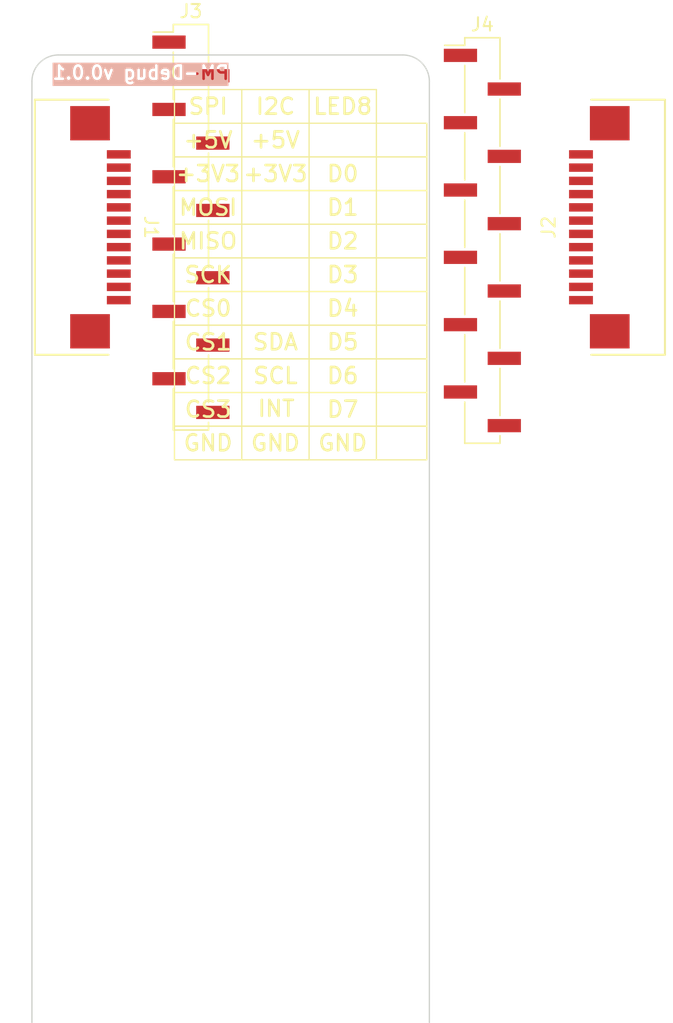
<source format=kicad_pcb>
(kicad_pcb (version 20241229) (generator "pcbnew") (generator_version "9.0")
  (layers (0 "F.Cu" signal) (2 "B.Cu" signal) (13 "F.Paste" user) (15 "B.Paste" user) (5 "F.SilkS" user "F.Silkscreen") (7 "B.SilkS" user "B.Silkscreen") (1 "F.Mask" user) (3 "B.Mask" user) (25 "Edge.Cuts" user))
  (property "article" "PM-Debug")
  (property "version" "0.0.1")
  (net 0 "")
  (net 3 "/L09")
  (net 4 "/L06")
  (net 5 "/L05")
  (net 6 "/L08")
  (net 7 "/L01")
  (net 8 "/L03")
  (net 9 "/L07")
  (net 10 "/L10")
  (net 11 "/L11")
  (net 12 "/L02")
  (net 13 "/L04")
  (net 14 "/L12")
  (footprint "Connector_PinHeader_2.54mm:PinHeader_1x12_P2.54mm_Vertical_SMD_Pin1Left" (layer "F.Cu") (at 135 66)
    (property "Reference" "J4" (at 0 -16.3 0) (layer "F.SilkS"))
    (property "Value" "PinHeader P2.54 01x12 SMD Straight")
    (fp_line (start -1.33 -15.3) (end -1.33 -14.73) (stroke (width 0.12)) (layer "F.SilkS"))
    (fp_line (start -1.33 -15.3) (end 1.33 -15.3) (stroke (width 0.12)) (layer "F.SilkS"))
    (fp_line (start -1.33 -14.73) (end -2.85 -14.73) (stroke (width 0.12)) (layer "F.SilkS"))
    (fp_line (start -1.33 -13.21) (end -1.33 -9.65) (stroke (width 0.12)) (layer "F.SilkS"))
    (fp_line (start -1.33 -8.13) (end -1.33 -4.57) (stroke (width 0.12)) (layer "F.SilkS"))
    (fp_line (start -1.33 -3.05) (end -1.33 0.51) (stroke (width 0.12)) (layer "F.SilkS"))
    (fp_line (start -1.33 2.03) (end -1.33 5.59) (stroke (width 0.12)) (layer "F.SilkS"))
    (fp_line (start -1.33 7.11) (end -1.33 10.67) (stroke (width 0.12)) (layer "F.SilkS"))
    (fp_line (start -1.33 12.19) (end -1.33 15.3) (stroke (width 0.12)) (layer "F.SilkS"))
    (fp_line (start -1.33 15.3) (end 1.33 15.3) (stroke (width 0.12)) (layer "F.SilkS"))
    (fp_line (start 1.33 -15.3) (end 1.33 -12.19) (stroke (width 0.12)) (layer "F.SilkS"))
    (fp_line (start 1.33 -10.67) (end 1.33 -7.11) (stroke (width 0.12)) (layer "F.SilkS"))
    (fp_line (start 1.33 -5.59) (end 1.33 -2.03) (stroke (width 0.12)) (layer "F.SilkS"))
    (fp_line (start 1.33 -0.51) (end 1.33 3.05) (stroke (width 0.12)) (layer "F.SilkS"))
    (fp_line (start 1.33 4.57) (end 1.33 8.13) (stroke (width 0.12)) (layer "F.SilkS"))
    (fp_line (start 1.33 9.65) (end 1.33 13.21) (stroke (width 0.12)) (layer "F.SilkS"))
    (fp_line (start 1.33 14.73) (end 1.33 15.3) (stroke (width 0.12)) (layer "F.SilkS"))
    (pad "1" smd rect (at -1.655 -13.97) (size 2.51 1) (layers "F.Cu" "F.Mask" "F.Paste") (net 7 "/L01"))
    (pad "2" smd rect (at 1.655 -11.43) (size 2.51 1) (layers "F.Cu" "F.Mask" "F.Paste") (net 12 "/L02"))
    (pad "3" smd rect (at -1.655 -8.89) (size 2.51 1) (layers "F.Cu" "F.Mask" "F.Paste") (net 8 "/L03"))
    (pad "4" smd rect (at 1.655 -6.35) (size 2.51 1) (layers "F.Cu" "F.Mask" "F.Paste") (net 13 "/L04"))
    (pad "5" smd rect (at -1.655 -3.81) (size 2.51 1) (layers "F.Cu" "F.Mask" "F.Paste") (net 5 "/L05"))
    (pad "6" smd rect (at 1.655 -1.27) (size 2.51 1) (layers "F.Cu" "F.Mask" "F.Paste") (net 4 "/L06"))
    (pad "7" smd rect (at -1.655 1.27) (size 2.51 1) (layers "F.Cu" "F.Mask" "F.Paste") (net 9 "/L07"))
    (pad "8" smd rect (at 1.655 3.81) (size 2.51 1) (layers "F.Cu" "F.Mask" "F.Paste") (net 6 "/L08"))
    (pad "9" smd rect (at -1.655 6.35) (size 2.51 1) (layers "F.Cu" "F.Mask" "F.Paste") (net 3 "/L09"))
    (pad "10" smd rect (at 1.655 8.89) (size 2.51 1) (layers "F.Cu" "F.Mask" "F.Paste") (net 10 "/L10"))
    (pad "11" smd rect (at -1.655 11.43) (size 2.51 1) (layers "F.Cu" "F.Mask" "F.Paste") (net 11 "/L11"))
    (pad "12" smd rect (at 1.655 13.97) (size 2.51 1) (layers "F.Cu" "F.Mask" "F.Paste") (net 14 "/L12"))
  )
  (footprint "Connector_PinHeader_2.54mm:PinHeader_1x12_P2.54mm_Vertical_SMD_Pin1Left" (layer "F.Cu") (at 113 65)
    (property "Reference" "J3" (at 0 -16.3 0) (layer "F.SilkS"))
    (property "Value" "PinHeader P2.54 01x12 SMD Straight")
    (fp_line (start -1.33 -15.3) (end -1.33 -14.73) (stroke (width 0.12)) (layer "F.SilkS"))
    (fp_line (start -1.33 -15.3) (end 1.33 -15.3) (stroke (width 0.12)) (layer "F.SilkS"))
    (fp_line (start -1.33 -14.73) (end -2.85 -14.73) (stroke (width 0.12)) (layer "F.SilkS"))
    (fp_line (start -1.33 -13.21) (end -1.33 -9.65) (stroke (width 0.12)) (layer "F.SilkS"))
    (fp_line (start -1.33 -8.13) (end -1.33 -4.57) (stroke (width 0.12)) (layer "F.SilkS"))
    (fp_line (start -1.33 -3.05) (end -1.33 0.51) (stroke (width 0.12)) (layer "F.SilkS"))
    (fp_line (start -1.33 2.03) (end -1.33 5.59) (stroke (width 0.12)) (layer "F.SilkS"))
    (fp_line (start -1.33 7.11) (end -1.33 10.67) (stroke (width 0.12)) (layer "F.SilkS"))
    (fp_line (start -1.33 12.19) (end -1.33 15.3) (stroke (width 0.12)) (layer "F.SilkS"))
    (fp_line (start -1.33 15.3) (end 1.33 15.3) (stroke (width 0.12)) (layer "F.SilkS"))
    (fp_line (start 1.33 -15.3) (end 1.33 -12.19) (stroke (width 0.12)) (layer "F.SilkS"))
    (fp_line (start 1.33 -10.67) (end 1.33 -7.11) (stroke (width 0.12)) (layer "F.SilkS"))
    (fp_line (start 1.33 -5.59) (end 1.33 -2.03) (stroke (width 0.12)) (layer "F.SilkS"))
    (fp_line (start 1.33 -0.51) (end 1.33 3.05) (stroke (width 0.12)) (layer "F.SilkS"))
    (fp_line (start 1.33 4.57) (end 1.33 8.13) (stroke (width 0.12)) (layer "F.SilkS"))
    (fp_line (start 1.33 9.65) (end 1.33 13.21) (stroke (width 0.12)) (layer "F.SilkS"))
    (fp_line (start 1.33 14.73) (end 1.33 15.3) (stroke (width 0.12)) (layer "F.SilkS"))
    (pad "1" smd rect (at -1.655 -13.97) (size 2.51 1) (layers "F.Cu" "F.Mask" "F.Paste") (net 7 "/L01"))
    (pad "2" smd rect (at 1.655 -11.43) (size 2.51 1) (layers "F.Cu" "F.Mask" "F.Paste") (net 12 "/L02"))
    (pad "3" smd rect (at -1.655 -8.89) (size 2.51 1) (layers "F.Cu" "F.Mask" "F.Paste") (net 8 "/L03"))
    (pad "4" smd rect (at 1.655 -6.35) (size 2.51 1) (layers "F.Cu" "F.Mask" "F.Paste") (net 13 "/L04"))
    (pad "5" smd rect (at -1.655 -3.81) (size 2.51 1) (layers "F.Cu" "F.Mask" "F.Paste") (net 5 "/L05"))
    (pad "6" smd rect (at 1.655 -1.27) (size 2.51 1) (layers "F.Cu" "F.Mask" "F.Paste") (net 4 "/L06"))
    (pad "7" smd rect (at -1.655 1.27) (size 2.51 1) (layers "F.Cu" "F.Mask" "F.Paste") (net 9 "/L07"))
    (pad "8" smd rect (at 1.655 3.81) (size 2.51 1) (layers "F.Cu" "F.Mask" "F.Paste") (net 6 "/L08"))
    (pad "9" smd rect (at -1.655 6.35) (size 2.51 1) (layers "F.Cu" "F.Mask" "F.Paste") (net 3 "/L09"))
    (pad "10" smd rect (at 1.655 8.89) (size 2.51 1) (layers "F.Cu" "F.Mask" "F.Paste") (net 10 "/L10"))
    (pad "11" smd rect (at -1.655 11.43) (size 2.51 1) (layers "F.Cu" "F.Mask" "F.Paste") (net 11 "/L11"))
    (pad "12" smd rect (at 1.655 13.97) (size 2.51 1) (layers "F.Cu" "F.Mask" "F.Paste") (net 14 "/L12"))
  )
  (footprint "kicad_inventree_lib:CONN10_AFA07-S12_JUS" (layer "F.Cu") (at 104 65 -90)
    (property "Reference" "J1" (at 0 -6 270) (layer "F.SilkS"))
    (property "Value" "AFA07-S12FCC-00")
    (fp_line (start -9.623301 2.7813) (end 9.623301 2.7813) (stroke (width 0.1524)) (layer "F.SilkS"))
    (fp_line (start 9.623301 2.7813) (end 9.623301 -2.7813) (stroke (width 0.1524)) (layer "F.SilkS"))
    (fp_line (start -9.623301 -2.7813) (end -9.623301 2.7813) (stroke (width 0.1524)) (layer "F.SilkS"))
    (pad "1" smd rect (at -5.499992 -3.556 270) (size 0.635 1.8034) (layers "F.Cu" "F.Mask" "F.Paste") (net 7 "/L01"))
    (pad "2" smd rect (at -4.499994 -3.556 270) (size 0.635 1.8034) (layers "F.Cu" "F.Mask" "F.Paste") (net 12 "/L02"))
    (pad "3" smd rect (at -3.499996 -3.556 270) (size 0.635 1.8034) (layers "F.Cu" "F.Mask" "F.Paste") (net 8 "/L03"))
    (pad "4" smd rect (at -2.499998 -3.556 270) (size 0.635 1.8034) (layers "F.Cu" "F.Mask" "F.Paste") (net 13 "/L04"))
    (pad "5" smd rect (at -1.5 -3.556 270) (size 0.635 1.8034) (layers "F.Cu" "F.Mask" "F.Paste") (net 5 "/L05"))
    (pad "6" smd rect (at -0.5 -3.556 270) (size 0.635 1.8034) (layers "F.Cu" "F.Mask" "F.Paste") (net 4 "/L06"))
    (pad "7" smd rect (at 0.5 -3.556 270) (size 0.635 1.8034) (layers "F.Cu" "F.Mask" "F.Paste") (net 9 "/L07"))
    (pad "8" smd rect (at 1.5 -3.556 270) (size 0.635 1.8034) (layers "F.Cu" "F.Mask" "F.Paste") (net 6 "/L08"))
    (pad "9" smd rect (at 2.499998 -3.556 270) (size 0.635 1.8034) (layers "F.Cu" "F.Mask" "F.Paste") (net 3 "/L09"))
    (pad "10" smd rect (at 3.499996 -3.556 270) (size 0.635 1.8034) (layers "F.Cu" "F.Mask" "F.Paste") (net 10 "/L10"))
    (pad "11" smd rect (at 4.499994 -3.556 270) (size 0.635 1.8034) (layers "F.Cu" "F.Mask" "F.Paste") (net 11 "/L11"))
    (pad "12" smd rect (at 5.499992 -3.556 270) (size 0.635 1.8034) (layers "F.Cu" "F.Mask" "F.Paste") (net 14 "/L12"))
    (pad "13" smd rect (at -7.850003 -1.385999 270) (size 2.5908 2.9972) (layers "F.Cu" "F.Mask" "F.Paste"))
    (pad "13" smd rect (at 7.850003 -1.385999 270) (size 2.5908 2.9972) (layers "F.Cu" "F.Mask" "F.Paste"))
  )
  (footprint "kicad_inventree_lib:CONN10_AFA07-S12_JUS" (layer "F.Cu") (at 146 65 90)
    (property "Reference" "J2" (at 0 -6 90) (layer "F.SilkS"))
    (property "Value" "AFA07-S12FCC-00")
    (fp_line (start -9.623301 -2.7813) (end -9.623301 2.7813) (stroke (width 0.1524)) (layer "F.SilkS"))
    (fp_line (start 9.623301 2.7813) (end 9.623301 -2.7813) (stroke (width 0.1524)) (layer "F.SilkS"))
    (fp_line (start -9.623301 2.7813) (end 9.623301 2.7813) (stroke (width 0.1524)) (layer "F.SilkS"))
    (pad "1" smd rect (at -5.499992 -3.556 90) (size 0.635 1.8034) (layers "F.Cu" "F.Mask" "F.Paste") (net 14 "/L12"))
    (pad "2" smd rect (at -4.499994 -3.556 90) (size 0.635 1.8034) (layers "F.Cu" "F.Mask" "F.Paste") (net 11 "/L11"))
    (pad "3" smd rect (at -3.499996 -3.556 90) (size 0.635 1.8034) (layers "F.Cu" "F.Mask" "F.Paste") (net 10 "/L10"))
    (pad "4" smd rect (at -2.499998 -3.556 90) (size 0.635 1.8034) (layers "F.Cu" "F.Mask" "F.Paste") (net 3 "/L09"))
    (pad "5" smd rect (at -1.5 -3.556 90) (size 0.635 1.8034) (layers "F.Cu" "F.Mask" "F.Paste") (net 6 "/L08"))
    (pad "6" smd rect (at -0.5 -3.556 90) (size 0.635 1.8034) (layers "F.Cu" "F.Mask" "F.Paste") (net 9 "/L07"))
    (pad "7" smd rect (at 0.5 -3.556 90) (size 0.635 1.8034) (layers "F.Cu" "F.Mask" "F.Paste") (net 4 "/L06"))
    (pad "8" smd rect (at 1.5 -3.556 90) (size 0.635 1.8034) (layers "F.Cu" "F.Mask" "F.Paste") (net 5 "/L05"))
    (pad "9" smd rect (at 2.499998 -3.556 90) (size 0.635 1.8034) (layers "F.Cu" "F.Mask" "F.Paste") (net 13 "/L04"))
    (pad "10" smd rect (at 3.499996 -3.556 90) (size 0.635 1.8034) (layers "F.Cu" "F.Mask" "F.Paste") (net 8 "/L03"))
    (pad "11" smd rect (at 4.499994 -3.556 90) (size 0.635 1.8034) (layers "F.Cu" "F.Mask" "F.Paste") (net 12 "/L02"))
    (pad "12" smd rect (at 5.499992 -3.556 90) (size 0.635 1.8034) (layers "F.Cu" "F.Mask" "F.Paste") (net 7 "/L01"))
    (pad "13" smd rect (at -7.850003 -1.385999 90) (size 2.5908 2.9972) (layers "F.Cu" "F.Mask" "F.Paste"))
    (pad "13" smd rect (at 7.850003 -1.385999 90) (size 2.5908 2.9972) (layers "F.Cu" "F.Mask" "F.Paste"))
  )
  (gr_line (start 121.92 54.61) (end 121.92 82.55) (stroke (width 0.1)) (layer "F.SilkS"))
  (gr_rect (start 111.76 69.85) (end 130.81 72.39) (stroke (width 0.1)) (fill no) (layer "F.SilkS"))
  (gr_rect (start 111.76 67.31) (end 130.81 69.85) (stroke (width 0.1)) (fill no) (layer "F.SilkS"))
  (gr_rect (start 111.76 80.01) (end 130.81 82.55) (stroke (width 0.1)) (fill no) (layer "F.SilkS"))
  (gr_line (start 127 54.61) (end 127 82.55) (stroke (width 0.1)) (layer "F.SilkS"))
  (gr_rect (start 111.76 64.77) (end 130.81 67.31) (stroke (width 0.1)) (fill no) (layer "F.SilkS"))
  (gr_rect (start 111.76 77.47) (end 130.81 80.01) (stroke (width 0.1)) (fill no) (layer "F.SilkS"))
  (gr_line (start 111.76 54.61) (end 111.76 82.55) (stroke (width 0.1)) (layer "F.SilkS"))
  (gr_rect (start 111.76 72.39) (end 130.81 74.93) (stroke (width 0.1)) (fill no) (layer "F.SilkS"))
  (gr_line (start 116.84 54.61) (end 116.84 82.55) (stroke (width 0.1)) (layer "F.SilkS"))
  (gr_rect (start 111.76 62.23) (end 130.81 64.77) (stroke (width 0.1)) (fill no) (layer "F.SilkS"))
  (gr_rect (start 111.76 59.69) (end 130.81 62.23) (stroke (width 0.1)) (fill no) (layer "F.SilkS"))
  (gr_line (start 111.76 54.61) (end 127 54.61) (stroke (width 0.1)) (layer "F.SilkS"))
  (gr_rect (start 111.76 57.15) (end 130.81 59.69) (stroke (width 0.1)) (fill no) (layer "F.SilkS"))
  (gr_rect (start 111.76 74.93) (end 130.81 77.47) (stroke (width 0.1)) (fill no) (layer "F.SilkS"))
  (gr_arc (start 101 54) (mid 101.585786 52.585786) (end 103 52) (stroke (width 0.1)) (layer "Edge.Cuts"))
  (gr_arc (start 129 52) (mid 130.414214 52.585786) (end 131 54) (stroke (width 0.1)) (layer "Edge.Cuts"))
  (gr_line (start 101 125) (end 101 54) (stroke (width 0.1)) (layer "Edge.Cuts"))
  (gr_line (start 131 54) (end 131 125) (stroke (width 0.1)) (layer "Edge.Cuts"))
  (gr_line (start 103 52) (end 129 52) (stroke (width 0.1)) (layer "Edge.Cuts"))
  (gr_text "CS3" (at 114.3 78.74 0) (layer "F.SilkS") (effects (font (size 1.2 1.2) (thickness 0.2) (bold yes))))
  (gr_text "+3V3" (at 119.38 60.96 0) (layer "F.SilkS") (effects (font (size 1.2 1.2) (thickness 0.2) (bold yes))))
  (gr_text "MISO" (at 114.3 66.04 0) (layer "F.SilkS") (effects (font (size 1.2 1.2) (thickness 0.2) (bold yes))))
  (gr_text "SPI" (at 114.3 55.88 0) (layer "F.SilkS") (effects (font (size 1.2 1.2) (thickness 0.2) (bold yes))))
  (gr_text "SDA" (at 119.38 73.66 0) (layer "F.SilkS") (effects (font (size 1.2 1.2) (thickness 0.2) (bold yes))))
  (gr_text "D4" (at 124.46 71.12 0) (layer "F.SilkS") (effects (font (size 1.2 1.2) (thickness 0.2) (bold yes))))
  (gr_text "GND" (at 124.46 81.28 0) (layer "F.SilkS") (effects (font (size 1.2 1.2) (thickness 0.2) (bold yes))))
  (gr_text "D2" (at 124.46 66.04 0) (layer "F.SilkS") (effects (font (size 1.2 1.2) (thickness 0.2) (bold yes))))
  (gr_text "+5V" (at 119.38 58.42 0) (layer "F.SilkS") (effects (font (size 1.2 1.2) (thickness 0.2) (bold yes))))
  (gr_text "CS1" (at 114.3 73.66 0) (layer "F.SilkS") (effects (font (size 1.2 1.2) (thickness 0.2) (bold yes))))
  (gr_text "INT" (at 119.437299 78.681265 0) (layer "F.SilkS") (effects (font (size 1.2 1.2) (thickness 0.2) (bold yes))))
  (gr_text "LED8" (at 124.46 55.88 0) (layer "F.SilkS") (effects (font (size 1.2 1.2) (thickness 0.2) (bold yes))))
  (gr_text "CS0" (at 114.3 71.12 0) (layer "F.SilkS") (effects (font (size 1.2 1.2) (thickness 0.2) (bold yes))))
  (gr_text "D6" (at 124.46 76.2 0) (layer "F.SilkS") (effects (font (size 1.2 1.2) (thickness 0.2) (bold yes))))
  (gr_text "MOSI" (at 114.3 63.5 0) (layer "F.SilkS") (effects (font (size 1.2 1.2) (thickness 0.2) (bold yes))))
  (gr_text "D1" (at 124.46 63.5 0) (layer "F.SilkS") (effects (font (size 1.2 1.2) (thickness 0.2) (bold yes))))
  (gr_text "D5" (at 124.46 73.66 0) (layer "F.SilkS") (effects (font (size 1.2 1.2) (thickness 0.2) (bold yes))))
  (gr_text "CS2" (at 114.3 76.2 0) (layer "F.SilkS") (effects (font (size 1.2 1.2) (thickness 0.2) (bold yes))))
  (gr_text "+3V3" (at 114.3 60.96 0) (layer "F.SilkS") (effects (font (size 1.2 1.2) (thickness 0.2) (bold yes))))
  (gr_text "SCL" (at 119.38 76.2 0) (layer "F.SilkS") (effects (font (size 1.2 1.2) (thickness 0.2) (bold yes))))
  (gr_text "GND" (at 119.38 81.28 0) (layer "F.SilkS") (effects (font (size 1.2 1.2) (thickness 0.2) (bold yes))))
  (gr_text "GND" (at 114.3 81.28 0) (layer "F.SilkS") (effects (font (size 1.2 1.2) (thickness 0.2) (bold yes))))
  (gr_text "I2C" (at 119.38 55.88 0) (layer "F.SilkS") (effects (font (size 1.2 1.2) (thickness 0.2) (bold yes))))
  (gr_text "D0" (at 124.46 60.96 0) (layer "F.SilkS") (effects (font (size 1.2 1.2) (thickness 0.2) (bold yes))))
  (gr_text "SCK" (at 114.3 68.58 0) (layer "F.SilkS") (effects (font (size 1.2 1.2) (thickness 0.2) (bold yes))))
  (gr_text "D7" (at 124.46 78.74 0) (layer "F.SilkS") (effects (font (size 1.2 1.2) (thickness 0.2) (bold yes))))
  (gr_text "D3" (at 124.46 68.58 0) (layer "F.SilkS") (effects (font (size 1.2 1.2) (thickness 0.2) (bold yes))))
  (gr_text "+5V" (at 114.3 58.42 0) (layer "F.SilkS") (effects (font (size 1.2 1.2) (thickness 0.2) (bold yes))))
  (gr_text "${article} v${version}" (at 109.22 53.34 0) (layer "B.SilkS" knockout) (effects (font (size 1 1) (thickness 0.2) (bold yes)) (justify mirror)))
)
</source>
